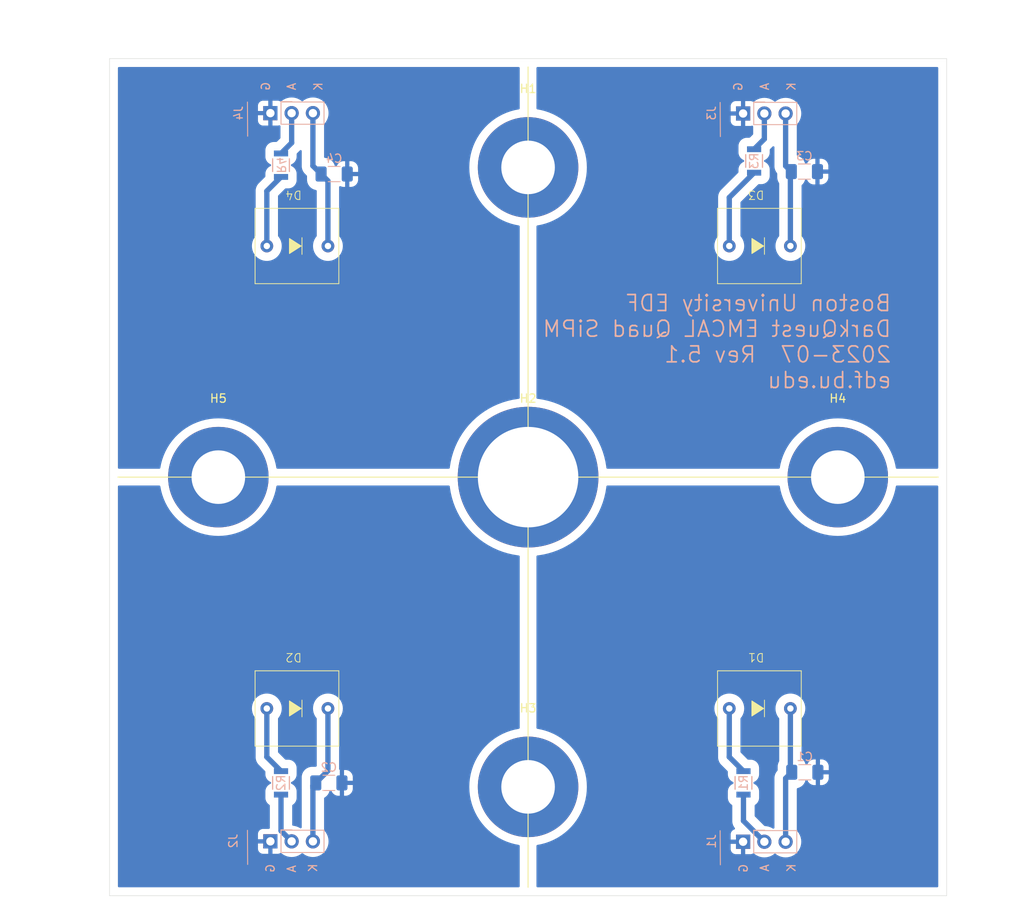
<source format=kicad_pcb>
(kicad_pcb (version 20221018) (generator pcbnew)
  (title_block (title "DarkQuest Quad SiPM") (comment 1 "Note: Rev 5.1 for S13360-6025CS"))
  (layers (0 "F.Cu" signal) (31 "B.Cu" signal) (34 "B.Paste" user) (35 "F.Paste" user) (36 "B.SilkS" user "B.Silkscreen") (37 "F.SilkS" user "F.Silkscreen") (38 "B.Mask" user) (39 "F.Mask" user) (44 "Edge.Cuts" user))
  (net 0 "")
  (net 1 "Net-(J1-Pin_1)")
  (net 2 "Net-(J2-Pin_1)")
  (net 3 "Net-(J3-Pin_1)")
  (net 4 "Net-(J4-Pin_1)")
  (net 5 "Net-(J2-Pin_2)")
  (net 6 "Net-(J3-Pin_2)")
  (net 7 "Net-(J4-Pin_2)")
  (net 8 "Net-(J1-Pin_2)")
  (net 9 "Net-(D1-K)")
  (net 10 "Net-(D2-K)")
  (net 11 "Net-(D3-K)")
  (net 12 "Net-(D4-K)")
  (net 13 "Net-(D1-A)")
  (net 14 "Net-(D2-A)")
  (net 15 "Net-(D3-A)")
  (net 16 "Net-(D4-A)")
  (footprint "quad_sipm:MountingHole_8.4mm_M8_Pad" (layer "F.Cu") (at 100 100)
    (fp_text reference "H2" (at 0 -9.4) (layer "F.SilkS"))
    (fp_text value "MountingHole")
    (pad "1" thru_hole circle (at 0 0) (size 16.8 16.8) (drill 12) (layers "*.Cu" "*.Mask"))
  )
  (footprint "quad_sipm:MountingHole_6.4_pad" (layer "F.Cu") (at 100 137)
    (fp_text reference "H3" (at 0 -9.4) (layer "F.SilkS"))
    (fp_text value "MountingHole")
    (pad "1" thru_hole circle (at 0 0) (size 12 12) (drill 6.4) (layers "*.Cu" "*.Mask"))
  )
  (footprint "quad_sipm:MountingHole_6.4_pad" (layer "F.Cu") (at 137 100)
    (fp_text reference "H4" (at 0 -9.4) (layer "F.SilkS"))
    (fp_text value "MountingHole")
    (pad "1" thru_hole circle (at 0 0) (size 12 12) (drill 6.4) (layers "*.Cu" "*.Mask"))
  )
  (footprint "quad_sipm:MountingHole_6.4_pad" (layer "F.Cu") (at 63 100)
    (fp_text reference "H5" (at 0 -9.4) (layer "F.SilkS"))
    (fp_text value "MountingHole")
    (pad "1" thru_hole circle (at 0 0) (size 12 12) (drill 6.4) (layers "*.Cu" "*.Mask"))
  )
  (footprint "quad_sipm:MountingHole_6.4_pad" (layer "F.Cu") (at 100 63)
    (fp_text reference "H1" (at 0 -9.4) (layer "F.SilkS"))
    (fp_text value "MountingHole")
    (pad "1" thru_hole circle (at 0 0) (size 12 12) (drill 6.4) (layers "*.Cu" "*.Mask"))
  )
  (footprint "Diode_THT:S13360-6025CS" (layer "F.Cu") (at 127.635 127.635 180)
    (fp_text reference "D1" (at 0.4 6.1 180 unlocked) (layer "F.SilkS") (effects (font (thickness 0.1))))
    (fp_text value "1N914")
    (fp_line (start -5 -4.5) (end -5 4.5) (stroke (width 0.1)) (layer "F.SilkS"))
    (fp_line (start -5 -4.5) (end 5 -4.5) (stroke (width 0.1)) (layer "F.SilkS"))
    (fp_line (start -5 4.5) (end 5 4.5) (stroke (width 0.1)) (layer "F.SilkS"))
    (fp_line (start -0.6 -1) (end -0.6 1) (stroke (width 0.1)) (layer "F.SilkS"))
    (fp_line (start 5 4.5) (end 5 -4.5) (stroke (width 0.1)) (layer "F.SilkS"))
    (fp_poly (pts (xy 0.9 -0.9) (xy 0.9 0.9) (xy -0.5 0)) (stroke (width 0.1)) (fill solid) (layer "F.SilkS"))
    (pad "1" thru_hole circle (at -3.7 0 180) (size 1.524 1.524) (drill 0.762) (layers "*.Cu" "*.Mask") (net 9 "Net-(D1-K)"))
    (pad "2" thru_hole circle (at 3.6 0 180) (size 1.524 1.524) (drill 0.762) (layers "*.Cu" "*.Mask") (net 13 "Net-(D1-A)"))
  )
  (footprint "Diode_THT:S13360-6025CS" (layer "F.Cu") (at 72.39 127.635 180)
    (fp_text reference "D2" (at 0.4 6.1 180 unlocked) (layer "F.SilkS") (effects (font (thickness 0.1))))
    (fp_text value "1N914")
    (fp_line (start -5 -4.5) (end -5 4.5) (stroke (width 0.1)) (layer "F.SilkS"))
    (fp_line (start -5 -4.5) (end 5 -4.5) (stroke (width 0.1)) (layer "F.SilkS"))
    (fp_line (start -5 4.5) (end 5 4.5) (stroke (width 0.1)) (layer "F.SilkS"))
    (fp_line (start -0.6 -1) (end -0.6 1) (stroke (width 0.1)) (layer "F.SilkS"))
    (fp_line (start 5 4.5) (end 5 -4.5) (stroke (width 0.1)) (layer "F.SilkS"))
    (fp_poly (pts (xy 0.9 -0.9) (xy 0.9 0.9) (xy -0.5 0)) (stroke (width 0.1)) (fill solid) (layer "F.SilkS"))
    (pad "1" thru_hole circle (at -3.7 0 180) (size 1.524 1.524) (drill 0.762) (layers "*.Cu" "*.Mask") (net 10 "Net-(D2-K)"))
    (pad "2" thru_hole circle (at 3.6 0 180) (size 1.524 1.524) (drill 0.762) (layers "*.Cu" "*.Mask") (net 14 "Net-(D2-A)"))
  )
  (footprint "Diode_THT:S13360-6025CS" (layer "F.Cu") (at 72.39 72.39 180)
    (fp_text reference "D4" (at 0.4 6.1 180 unlocked) (layer "F.SilkS") (effects (font (thickness 0.1))))
    (fp_text value "1N914")
    (fp_line (start -5 -4.5) (end -5 4.5) (stroke (width 0.1)) (layer "F.SilkS"))
    (fp_line (start -5 -4.5) (end 5 -4.5) (stroke (width 0.1)) (layer "F.SilkS"))
    (fp_line (start -5 4.5) (end 5 4.5) (stroke (width 0.1)) (layer "F.SilkS"))
    (fp_line (start -0.6 -1) (end -0.6 1) (stroke (width 0.1)) (layer "F.SilkS"))
    (fp_line (start 5 4.5) (end 5 -4.5) (stroke (width 0.1)) (layer "F.SilkS"))
    (fp_poly (pts (xy 0.9 -0.9) (xy 0.9 0.9) (xy -0.5 0)) (stroke (width 0.1)) (fill solid) (layer "F.SilkS"))
    (pad "1" thru_hole circle (at -3.7 0 180) (size 1.524 1.524) (drill 0.762) (layers "*.Cu" "*.Mask") (net 12 "Net-(D4-K)"))
    (pad "2" thru_hole circle (at 3.6 0 180) (size 1.524 1.524) (drill 0.762) (layers "*.Cu" "*.Mask") (net 16 "Net-(D4-A)"))
  )
  (footprint "Diode_THT:S13360-6025CS" (layer "F.Cu") (at 127.635 72.39 180)
    (fp_text reference "D3" (at 0.4 6.1 180 unlocked) (layer "F.SilkS") (effects (font (thickness 0.1))))
    (fp_text value "1N914")
    (fp_line (start -5 -4.5) (end -5 4.5) (stroke (width 0.1)) (layer "F.SilkS"))
    (fp_line (start -5 -4.5) (end 5 -4.5) (stroke (width 0.1)) (layer "F.SilkS"))
    (fp_line (start -5 4.5) (end 5 4.5) (stroke (width 0.1)) (layer "F.SilkS"))
    (fp_line (start -0.6 -1) (end -0.6 1) (stroke (width 0.1)) (layer "F.SilkS"))
    (fp_line (start 5 4.5) (end 5 -4.5) (stroke (width 0.1)) (layer "F.SilkS"))
    (fp_poly (pts (xy 0.9 -0.9) (xy 0.9 0.9) (xy -0.5 0)) (stroke (width 0.1)) (fill solid) (layer "F.SilkS"))
    (pad "1" thru_hole circle (at -3.7 0 180) (size 1.524 1.524) (drill 0.762) (layers "*.Cu" "*.Mask") (net 11 "Net-(D3-K)"))
    (pad "2" thru_hole circle (at 3.6 0 180) (size 1.524 1.524) (drill 0.762) (layers "*.Cu" "*.Mask") (net 15 "Net-(D3-A)"))
  )
  (footprint "Connector_PinHeader_2.54mm:PinHeader_1x03_P2.54mm_Vertical" (layer "B.Cu") (at 128.27 143.51 -90)
    (fp_text reference "J1" (at 0 6.35 90) (layer "B.SilkS") (effects (justify mirror)))
    (fp_text value "8-102202-4")
    (fp_line (start -1.33 0) (end -1.33 1.33) (stroke (width 0.12)) (layer "B.SilkS"))
    (fp_line (start -1.285 -3.825) (end 1.375 -3.825) (stroke (width 0.12)) (layer "B.SilkS"))
    (fp_line (start -1.285 1.315) (end -1.285 -3.825) (stroke (width 0.12)) (layer "B.SilkS"))
    (fp_line (start -1.285 1.315) (end 1.375 1.315) (stroke (width 0.12)) (layer "B.SilkS"))
    (fp_line (start -1.275 5.325) (end 2.8 5.3) (stroke (width 0.12)) (layer "B.SilkS"))
    (fp_line (start 1.375 1.315) (end 1.375 -3.825) (stroke (width 0.12)) (layer "B.SilkS"))
    (pad "1" thru_hole rect (at 0.045 2.585 270) (size 1.7 1.7) (drill 1) (layers "*.Cu" "*.Mask") (net 1 "Net-(J1-Pin_1)"))
    (pad "2" thru_hole oval (at 0.045 0.045 270) (size 1.7 1.7) (drill 1) (layers "*.Cu" "*.Mask") (net 8 "Net-(J1-Pin_2)"))
    (pad "3" thru_hole oval (at 0.045 -2.495 270) (size 1.7 1.7) (drill 1) (layers "*.Cu" "*.Mask") (net 9 "Net-(D1-K)"))
  )
  (footprint "Capacitor_SMD:C_1206_3216Metric_Pad1.33x1.80mm_HandSolder" (layer "B.Cu") (at 76.835 63.7925 180)
    (fp_text reference "C4" (at 0 1.85) (layer "B.SilkS") (effects (justify mirror)))
    (fp_text value "10nF 100V")
    (fp_line (start -0.711252 -0.91) (end 0.711252 -0.91) (stroke (width 0.12)) (layer "B.SilkS"))
    (fp_line (start -0.711252 0.91) (end 0.711252 0.91) (stroke (width 0.12)) (layer "B.SilkS"))
    (pad "1" smd roundrect (at -1.5625 0 180) (size 1.325 1.8) (layers "B.Cu" "B.Paste" "B.Mask") (roundrect_rratio 0.188679) (net 4 "Net-(J4-Pin_1)"))
    (pad "2" smd roundrect (at 1.5625 0 180) (size 1.325 1.8) (layers "B.Cu" "B.Paste" "B.Mask") (roundrect_rratio 0.188679) (net 12 "Net-(D4-K)"))
  )
  (footprint "Connector_PinHeader_2.54mm:PinHeader_1x03_P2.54mm_Vertical" (layer "B.Cu") (at 128.27 56.515 -90)
    (fp_text reference "J3" (at 0 6.35 90) (layer "B.SilkS") (effects (justify mirror)))
    (fp_text value "8-102202-4")
    (fp_line (start -1.33 0) (end -1.33 1.33) (stroke (width 0.12)) (layer "B.SilkS"))
    (fp_line (start -1.285 -3.825) (end 1.375 -3.825) (stroke (width 0.12)) (layer "B.SilkS"))
    (fp_line (start -1.285 1.315) (end -1.285 -3.825) (stroke (width 0.12)) (layer "B.SilkS"))
    (fp_line (start -1.285 1.315) (end 1.375 1.315) (stroke (width 0.12)) (layer "B.SilkS"))
    (fp_line (start -1.275 5.325) (end 2.8 5.3) (stroke (width 0.12)) (layer "B.SilkS"))
    (fp_line (start 1.375 1.315) (end 1.375 -3.825) (stroke (width 0.12)) (layer "B.SilkS"))
    (pad "1" thru_hole rect (at 0.045 2.585 270) (size 1.7 1.7) (drill 1) (layers "*.Cu" "*.Mask") (net 3 "Net-(J3-Pin_1)"))
    (pad "2" thru_hole oval (at 0.045 0.045 270) (size 1.7 1.7) (drill 1) (layers "*.Cu" "*.Mask") (net 6 "Net-(J3-Pin_2)"))
    (pad "3" thru_hole oval (at 0.045 -2.495 270) (size 1.7 1.7) (drill 1) (layers "*.Cu" "*.Mask") (net 11 "Net-(D3-K)"))
  )
  (footprint "Connector_PinHeader_2.54mm:PinHeader_1x03_P2.54mm_Vertical" (layer "B.Cu") (at 71.8 56.47 -90)
    (fp_text reference "J4" (at 0.045 6.395 90) (layer "B.SilkS") (effects (justify mirror)))
    (fp_text value "8-102202-4")
    (fp_line (start -1.33 0) (end -1.33 1.33) (stroke (width 0.12)) (layer "B.SilkS"))
    (fp_line (start -1.285 -3.825) (end 1.375 -3.825) (stroke (width 0.12)) (layer "B.SilkS"))
    (fp_line (start -1.285 1.315) (end -1.285 -3.825) (stroke (width 0.12)) (layer "B.SilkS"))
    (fp_line (start -1.285 1.315) (end 1.375 1.315) (stroke (width 0.12)) (layer "B.SilkS"))
    (fp_line (start -1.275 5.325) (end 2.8 5.3) (stroke (width 0.12)) (layer "B.SilkS"))
    (fp_line (start 1.375 1.315) (end 1.375 -3.825) (stroke (width 0.12)) (layer "B.SilkS"))
    (pad "1" thru_hole rect (at 0.045 2.585 270) (size 1.7 1.7) (drill 1) (layers "*.Cu" "*.Mask") (net 4 "Net-(J4-Pin_1)"))
    (pad "2" thru_hole oval (at 0.045 0.045 270) (size 1.7 1.7) (drill 1) (layers "*.Cu" "*.Mask") (net 7 "Net-(J4-Pin_2)"))
    (pad "3" thru_hole oval (at 0.045 -2.495 270) (size 1.7 1.7) (drill 1) (layers "*.Cu" "*.Mask") (net 12 "Net-(D4-K)"))
  )
  (footprint "Capacitor_SMD:C_1206_3216Metric_Pad1.33x1.80mm_HandSolder" (layer "B.Cu") (at 133.0075 63.5 180)
    (fp_text reference "C3" (at 0 1.85) (layer "B.SilkS") (effects (justify mirror)))
    (fp_text value "10nF 100V")
    (fp_line (start -0.711252 -0.91) (end 0.711252 -0.91) (stroke (width 0.12)) (layer "B.SilkS"))
    (fp_line (start -0.711252 0.91) (end 0.711252 0.91) (stroke (width 0.12)) (layer "B.SilkS"))
    (pad "1" smd roundrect (at -1.5625 0 180) (size 1.325 1.8) (layers "B.Cu" "B.Paste" "B.Mask") (roundrect_rratio 0.188679) (net 3 "Net-(J3-Pin_1)"))
    (pad "2" smd roundrect (at 1.5625 0 180) (size 1.325 1.8) (layers "B.Cu" "B.Paste" "B.Mask") (roundrect_rratio 0.188679) (net 11 "Net-(D3-K)"))
  )
  (footprint "Connector_PinHeader_2.54mm:PinHeader_1x03_P2.54mm_Vertical" (layer "B.Cu") (at 71.8 143.465 -90)
    (fp_text reference "J2" (at 0 7.03 -90) (layer "B.SilkS") (effects (justify mirror)))
    (fp_text value "8-102202-4")
    (fp_line (start -1.33 0) (end -1.33 1.33) (stroke (width 0.12)) (layer "B.SilkS"))
    (fp_line (start -1.285 -3.825) (end 1.375 -3.825) (stroke (width 0.12)) (layer "B.SilkS"))
    (fp_line (start -1.285 1.315) (end -1.285 -3.825) (stroke (width 0.12)) (layer "B.SilkS"))
    (fp_line (start -1.285 1.315) (end 1.375 1.315) (stroke (width 0.12)) (layer "B.SilkS"))
    (fp_line (start -1.275 5.325) (end 2.8 5.3) (stroke (width 0.12)) (layer "B.SilkS"))
    (fp_line (start 1.375 1.315) (end 1.375 -3.825) (stroke (width 0.12)) (layer "B.SilkS"))
    (pad "1" thru_hole rect (at 0.045 2.585 270) (size 1.7 1.7) (drill 1) (layers "*.Cu" "*.Mask") (net 2 "Net-(J2-Pin_1)"))
    (pad "2" thru_hole oval (at 0.045 0.045 270) (size 1.7 1.7) (drill 1) (layers "*.Cu" "*.Mask") (net 5 "Net-(J2-Pin_2)"))
    (pad "3" thru_hole oval (at 0.045 -2.495 270) (size 1.7 1.7) (drill 1) (layers "*.Cu" "*.Mask") (net 10 "Net-(D2-K)"))
  )
  (footprint "Capacitor_SMD:C_1206_3216Metric_Pad1.33x1.80mm_HandSolder" (layer "B.Cu") (at 133.0575 135.255 180)
    (fp_text reference "C1" (at 0 1.85) (layer "B.SilkS") (effects (justify mirror)))
    (fp_text value "10nF 100V")
    (fp_line (start -0.711252 -0.91) (end 0.711252 -0.91) (stroke (width 0.12)) (layer "B.SilkS"))
    (fp_line (start -0.711252 0.91) (end 0.711252 0.91) (stroke (width 0.12)) (layer "B.SilkS"))
    (pad "1" smd roundrect (at -1.5625 0 180) (size 1.325 1.8) (layers "B.Cu" "B.Paste" "B.Mask") (roundrect_rratio 0.188679) (net 1 "Net-(J1-Pin_1)"))
    (pad "2" smd roundrect (at 1.5625 0 180) (size 1.325 1.8) (layers "B.Cu" "B.Paste" "B.Mask") (roundrect_rratio 0.188679) (net 9 "Net-(D1-K)"))
  )
  (footprint "Capacitor_SMD:C_1206_3216Metric_Pad1.33x1.80mm_HandSolder" (layer "B.Cu") (at 76.2 136.525 180)
    (fp_text reference "C2" (at 0 1.85) (layer "B.SilkS") (effects (justify mirror)))
    (fp_text value "10nF 100V")
    (fp_line (start -0.711252 -0.91) (end 0.711252 -0.91) (stroke (width 0.12)) (layer "B.SilkS"))
    (fp_line (start -0.711252 0.91) (end 0.711252 0.91) (stroke (width 0.12)) (layer "B.SilkS"))
    (pad "1" smd roundrect (at -1.5625 0 180) (size 1.325 1.8) (layers "B.Cu" "B.Paste" "B.Mask") (roundrect_rratio 0.188679) (net 2 "Net-(J2-Pin_1)"))
    (pad "2" smd roundrect (at 1.5625 0 180) (size 1.325 1.8) (layers "B.Cu" "B.Paste" "B.Mask") (roundrect_rratio 0.188679) (net 10 "Net-(D2-K)"))
  )
  (footprint "Resistor_SMD:1206_VIS-L" (layer "B.Cu") (at 127 62.23 -90)
    (fp_text reference "R3" (at 0 0 90 unlocked) (layer "B.SilkS") (effects (justify mirror)))
    (fp_text value "R")
    (fp_line (start -0.754213 -1.002) (end 0.754213 -1.002) (stroke (width 0.1524)) (layer "B.SilkS"))
    (fp_line (start 0.754213 1.002) (end -0.754213 1.002) (stroke (width 0.1524)) (layer "B.SilkS"))
    (pad "1" smd rect (at -1.4008 0 270) (size 0.7016 1.6992) (layers "B.Cu" "B.Paste" "B.Mask") (net 6 "Net-(J3-Pin_2)"))
    (pad "2" smd rect (at 1.4008 0 270) (size 0.7016 1.6992) (layers "B.Cu" "B.Paste" "B.Mask") (net 15 "Net-(D3-A)"))
    (zone (net 0) (net_name "") (layer "B.Cu") (connect_pads (clearance 0)) (min_thickness 0.254)
      (keepout (tracks not_allowed) (vias not_allowed) (pads allowed) (copperpour not_allowed) (footprints allowed))
      (fill (thermal_gap 0.508) (thermal_bridge_width 0.508))
      (polygon (pts (xy 126.1758 61.2308) (xy 126.1758 63.2292) (xy 127.8242 63.2292) (xy 127.8242 61.2308)))
    )
  )
  (footprint "Resistor_SMD:1206_VIS-L" (layer "B.Cu") (at 70.485 62.7342 90)
    (fp_text reference "R4" (at 0 0 270 unlocked) (layer "B.SilkS") (effects (justify mirror)))
    (fp_text value "R")
    (fp_line (start -0.754213 -1.002) (end 0.754213 -1.002) (stroke (width 0.1524)) (layer "B.SilkS"))
    (fp_line (start 0.754213 1.002) (end -0.754213 1.002) (stroke (width 0.1524)) (layer "B.SilkS"))
    (pad "1" smd rect (at -1.4008 0 90) (size 0.7016 1.6992) (layers "B.Cu" "B.Paste" "B.Mask") (net 16 "Net-(D4-A)"))
    (pad "2" smd rect (at 1.4008 0 90) (size 0.7016 1.6992) (layers "B.Cu" "B.Paste" "B.Mask") (net 7 "Net-(J4-Pin_2)"))
    (zone (net 0) (net_name "") (layer "B.Cu") (connect_pads (clearance 0)) (min_thickness 0.254)
      (keepout (tracks not_allowed) (vias not_allowed) (pads allowed) (copperpour not_allowed) (footprints allowed))
      (fill (thermal_gap 0.508) (thermal_bridge_width 0.508))
      (polygon (pts (xy 71.3092 63.7334) (xy 71.3092 61.735) (xy 69.6608 61.735) (xy 69.6608 63.7334)))
    )
  )
  (footprint "Resistor_SMD:1206_VIS-L" (layer "B.Cu") (at 70.485 136.525 -90)
    (fp_text reference "R2" (at 0 0 90 unlocked) (layer "B.SilkS") (effects (justify mirror)))
    (fp_text value "R")
    (fp_line (start -0.754213 -1.002) (end 0.754213 -1.002) (stroke (width 0.1524)) (layer "B.SilkS"))
    (fp_line (start 0.754213 1.002) (end -0.754213 1.002) (stroke (width 0.1524)) (layer "B.SilkS"))
    (pad "1" smd rect (at -1.4008 0 270) (size 0.7016 1.6992) (layers "B.Cu" "B.Paste" "B.Mask") (net 14 "Net-(D2-A)"))
    (pad "2" smd rect (at 1.4008 0 270) (size 0.7016 1.6992) (layers "B.Cu" "B.Paste" "B.Mask") (net 5 "Net-(J2-Pin_2)"))
    (zone (net 0) (net_name "") (layer "B.Cu") (connect_pads (clearance 0)) (min_thickness 0.254)
      (keepout (tracks not_allowed) (vias not_allowed) (pads allowed) (copperpour not_allowed) (footprints allowed))
      (fill (thermal_gap 0.508) (thermal_bridge_width 0.508))
      (polygon (pts (xy 69.6608 135.5258) (xy 69.6608 137.5242) (xy 71.3092 137.5242) (xy 71.3092 135.5258)))
    )
  )
  (footprint "Resistor_SMD:1206_VIS-L" (layer "B.Cu") (at 125.73 136.525 -90)
    (fp_text reference "R1" (at 0 0 90 unlocked) (layer "B.SilkS") (effects (justify mirror)))
    (fp_text value "R")
    (fp_line (start -0.754213 -1.002) (end 0.754213 -1.002) (stroke (width 0.1524)) (layer "B.SilkS"))
    (fp_line (start 0.754213 1.002) (end -0.754213 1.002) (stroke (width 0.1524)) (layer "B.SilkS"))
    (pad "1" smd rect (at -1.4008 0 270) (size 0.7016 1.6992) (layers "B.Cu" "B.Paste" "B.Mask") (net 13 "Net-(D1-A)"))
    (pad "2" smd rect (at 1.4008 0 270) (size 0.7016 1.6992) (layers "B.Cu" "B.Paste" "B.Mask") (net 8 "Net-(J1-Pin_2)"))
    (zone (net 0) (net_name "") (layer "B.Cu") (connect_pads (clearance 0)) (min_thickness 0.254)
      (keepout (tracks not_allowed) (vias not_allowed) (pads allowed) (copperpour not_allowed) (footprints allowed))
      (fill (thermal_gap 0.508) (thermal_bridge_width 0.508))
      (polygon (pts (xy 124.9058 135.5258) (xy 124.9058 137.5242) (xy 126.5542 137.5242) (xy 126.5542 135.5258)))
    )
  )
  (gr_line (start 51 100) (end 149 100) (stroke (width 0.12)) (layer "F.SilkS"))
  (gr_line (start 100 51) (end 100 149) (stroke (width 0.12)) (layer "F.SilkS"))
  (gr_line (start 50 150) (end 50 50) (stroke (width 0.05)) (layer "Edge.Cuts"))
  (gr_line (start 150 150) (end 50 150) (stroke (width 0.05)) (layer "Edge.Cuts"))
  (gr_line (start 50 50) (end 150 50) (stroke (width 0.05)) (layer "Edge.Cuts"))
  (gr_line (start 150 50) (end 150 150) (stroke (width 0.05)) (layer "Edge.Cuts"))
  (gr_text "G" (at 125.095 53.34 90) (layer "B.SilkS") (effects (font (size 1 1)) (justify mirror)))
  (gr_text "K" (at 131.445 53.34 90) (layer "B.SilkS") (effects (font (size 1 1)) (justify mirror)))
  (gr_text "A" (at 128.27 53.34 90) (layer "B.SilkS") (effects (font (size 1 1)) (justify mirror)))
  (gr_text "G" (at 69.215 147.32 90) (layer "B.SilkS") (effects (font (size 1 1)) (justify right mirror)))
  (gr_text "A" (at 71.755 147.32 90) (layer "B.SilkS") (effects (font (size 1 1)) (justify right mirror)))
  (gr_text "K" (at 74.93 53.34 90) (layer "B.SilkS") (effects (font (size 1 1)) (justify mirror)))
  (gr_text "A" (at 71.755 53.34 90) (layer "B.SilkS") (effects (font (size 1 1)) (justify mirror)))
  (gr_text "K" (at 74.295 146.685 90) (layer "B.SilkS") (effects (font (size 1 1)) (justify mirror)))
  (gr_text "A" (at 128.27 146.685 90) (layer "B.SilkS") (effects (font (size 1 1)) (justify mirror)))
  (gr_text "G" (at 125.73 147.32 90) (layer "B.SilkS") (effects (font (size 1 1)) (justify right mirror)))
  (gr_text "K" (at 131.445 146.685 90) (layer "B.SilkS") (effects (font (size 1 1)) (justify mirror)))
  (gr_text "Boston University EDF\nDarkQuest EMCAL Quad SiPM\n2023-07  Rev 5.1\nedf.bu.edu" (at 143.51 83.82) (layer "B.SilkS") (effects (font (size 1.905 1.905) (thickness 0.2032)) (justify left mirror)))
  (gr_text "G" (at 68.66 52.705 90) (layer "B.SilkS") (effects (font (size 1 1)) (justify left mirror)))
  (segment (start 70.485 137.9258) (end 70.485 142.24) (width 0.635) (layer "B.Cu") (net 5))
  (segment (start 70.485 142.24) (end 71.755 143.51) (width 0.635) (layer "B.Cu") (net 5))
  (segment (start 128.225 59.6042) (end 127 60.8292) (width 0.635) (layer "B.Cu") (net 6))
  (segment (start 128.225 56.56) (end 128.225 59.6042) (width 0.635) (layer "B.Cu") (net 6))
  (segment (start 71.755 56.515) (end 71.755 60.0634) (width 0.635) (layer "B.Cu") (net 7))
  (segment (start 71.755 60.0634) (end 70.485 61.3334) (width 0.635) (layer "B.Cu") (net 7))
  (segment (start 125.73 137.9258) (end 125.73 141.06) (width 0.635) (layer "B.Cu") (net 8))
  (segment (start 125.73 141.06) (end 128.225 143.555) (width 0.635) (layer "B.Cu") (net 8))
  (segment (start 131.495 135.255) (end 130.765 135.985) (width 0.635) (layer "B.Cu") (net 9))
  (segment (start 131.335 127.635) (end 131.335 135.095) (width 0.635) (layer "B.Cu") (net 9))
  (segment (start 130.765 135.985) (end 130.765 143.555) (width 0.635) (layer "B.Cu") (net 9))
  (segment (start 131.335 135.095) (end 131.495 135.255) (width 0.635) (layer "B.Cu") (net 9))
  (segment (start 76.09 135.0725) (end 74.6375 136.525) (width 0.635) (layer "B.Cu") (net 10))
  (segment (start 76.09 127.635) (end 76.09 135.0725) (width 0.635) (layer "B.Cu") (net 10))
  (segment (start 74.295 136.8675) (end 74.295 143.51) (width 0.635) (layer "B.Cu") (net 10))
  (segment (start 74.6375 136.525) (end 74.295 136.8675) (width 0.635) (layer "B.Cu") (net 10))
  (segment (start 130.765 62.82) (end 131.445 63.5) (width 0.635) (layer "B.Cu") (net 11))
  (segment (start 131.335 72.39) (end 131.335 63.61) (width 0.635) (layer "B.Cu") (net 11))
  (segment (start 130.765 56.56) (end 130.765 62.82) (width 0.635) (layer "B.Cu") (net 11))
  (segment (start 131.335 63.61) (end 131.445 63.5) (width 0.635) (layer "B.Cu") (net 11))
  (segment (start 74.295 56.515) (end 74.295 62.815) (width 0.635) (layer "B.Cu") (net 12))
  (segment (start 76.09 72.39) (end 76.09 64.61) (width 0.635) (layer "B.Cu") (net 12))
  (segment (start 76.09 64.61) (end 75.2725 63.7925) (width 0.635) (layer "B.Cu") (net 12))
  (segment (start 74.295 62.815) (end 75.2725 63.7925) (width 0.635) (layer "B.Cu") (net 12))
  (segment (start 124.035 133.4292) (end 125.73 135.1242) (width 0.635) (layer "B.Cu") (net 13))
  (segment (start 124.035 127.635) (end 124.035 133.4292) (width 0.635) (layer "B.Cu") (net 13))
  (segment (start 68.79 133.4292) (end 70.485 135.1242) (width 0.635) (layer "B.Cu") (net 14))
  (segment (start 68.79 127.635) (end 68.79 133.4292) (width 0.635) (layer "B.Cu") (net 14))
  (segment (start 124.035 66.5958) (end 127 63.6308) (width 0.635) (layer "B.Cu") (net 15))
  (segment (start 124.035 72.39) (end 124.035 66.5958) (width 0.635) (layer "B.Cu") (net 15))
  (segment (start 68.79 65.83) (end 70.485 64.135) (width 0.635) (layer "B.Cu") (net 16))
  (segment (start 68.79 72.39) (end 68.79 65.83) (width 0.635) (layer "B.Cu") (net 16))
  (zone (net 3) (net_name "Net-(J3-Pin_1)") (layer "B.Cu") (connect_pads (clearance 1.016)) (min_thickness 0.254) (fill yes (thermal_gap 0.635) (thermal_bridge_width 0.508))
    (polygon (pts (xy 149 99) (xy 101 99) (xy 101 51) (xy 149 51)))
  )
  (zone (net 4) (net_name "Net-(J4-Pin_1)") (layer "B.Cu") (connect_pads (clearance 1.016)) (min_thickness 0.254) (fill yes (thermal_gap 0.635) (thermal_bridge_width 0.508))
    (polygon (pts (xy 99 99) (xy 51 99) (xy 51 51) (xy 99 51)))
  )
  (zone (net 1) (net_name "Net-(J1-Pin_1)") (layer "B.Cu") (connect_pads (clearance 1.016)) (min_thickness 0.254) (fill yes (thermal_gap 0.635) (thermal_bridge_width 0.508))
    (polygon (pts (xy 149 149) (xy 101 149) (xy 101 101) (xy 149 101)))
  )
  (zone (net 2) (net_name "Net-(J2-Pin_1)") (layer "B.Cu") (connect_pads (clearance 1.016)) (min_thickness 0.254) (fill yes (thermal_gap 0.635) (thermal_bridge_width 0.508))
    (polygon (pts (xy 99 149) (xy 51 149) (xy 51 101) (xy 99 101)))
  )
)
</source>
